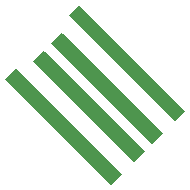
<source format=gbr>
%TF.GenerationSoftware,KiCad,Pcbnew,(5.1.8)-1*%
%TF.CreationDate,2021-04-26T00:43:02-04:00*%
%TF.ProjectId,Dogekey,446f6765-6b65-4792-9e6b-696361645f70,rev?*%
%TF.SameCoordinates,Original*%
%TF.FileFunction,Paste,Top*%
%TF.FilePolarity,Positive*%
%FSLAX46Y46*%
G04 Gerber Fmt 4.6, Leading zero omitted, Abs format (unit mm)*
G04 Created by KiCad (PCBNEW (5.1.8)-1) date 2021-04-26 00:43:02*
%MOMM*%
%LPD*%
G01*
G04 APERTURE LIST*
%ADD10C,0.100000*%
G04 APERTURE END LIST*
D10*
%TO.C,J1*%
G36*
X32938816Y-54210197D02*
G01*
X24407573Y-45678954D01*
X25305598Y-44780929D01*
X33836841Y-53312172D01*
X32938816Y-54210197D01*
G37*
G36*
X31412172Y-55736841D02*
G01*
X22880929Y-47205598D01*
X23778954Y-46307573D01*
X32310197Y-54838816D01*
X31412172Y-55736841D01*
G37*
G36*
X34869570Y-52279443D02*
G01*
X25889314Y-43299187D01*
X26787340Y-42401161D01*
X35767596Y-51381417D01*
X34869570Y-52279443D01*
G37*
G36*
X29481417Y-57667596D02*
G01*
X20501161Y-48687340D01*
X21399187Y-47789314D01*
X30379443Y-56769570D01*
X29481417Y-57667596D01*
G37*
%TD*%
M02*

</source>
